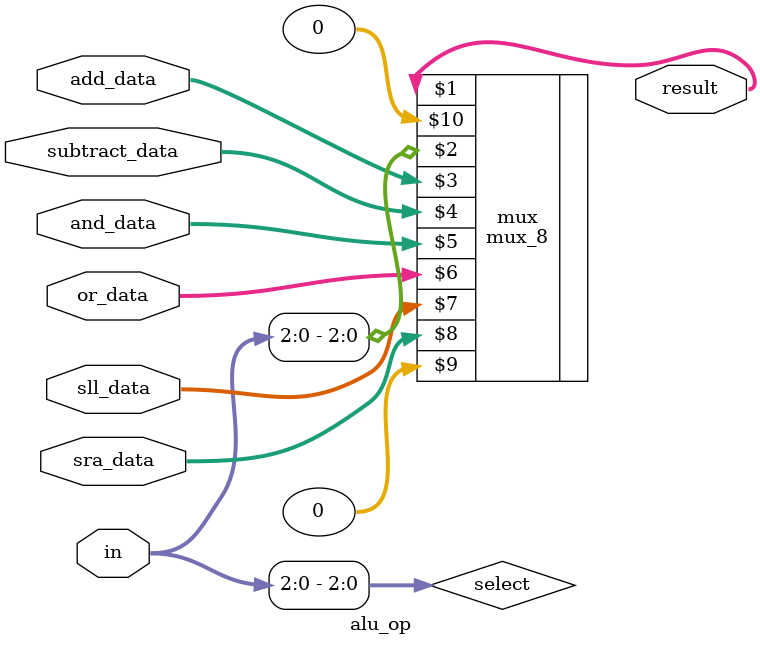
<source format=v>
module alu_op(
  output [31:0] result,
  input [4:0] in, 
  input [31:0] add_data, subtract_data, and_data, or_data, sll_data, sra_data);

  wire [2:0] select;
  assign select = in[2:0];

  mux_8 mux(result, select, add_data, subtract_data, and_data, or_data, sll_data, sra_data, 32'b0, 32'b0);
endmodule
</source>
